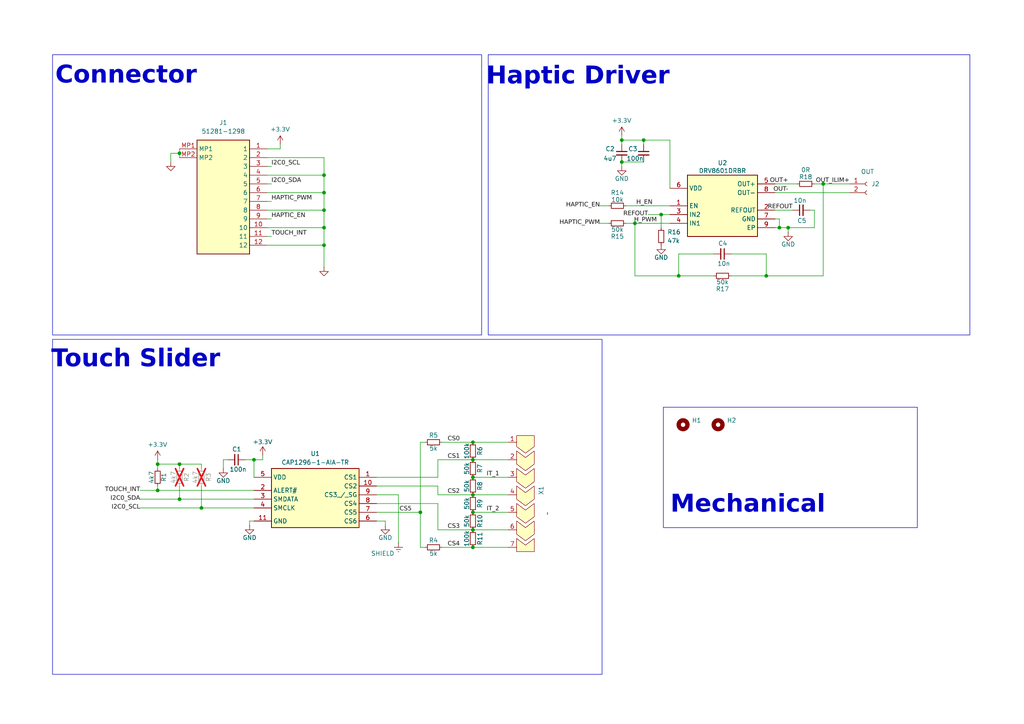
<source format=kicad_sch>
(kicad_sch (version 20231120) (generator "eeschema") (generator_version "8.0")
  (paper "A4")
  (title_block (title "Touch Slider & Haptic System") (date "2024-10-30") (rev "0") (company "Yolk Workshop"))
  (lib_symbols
    (symbol "51281-1298:51281-1298"
      (property "Reference" "J" (at 21.59 7.62 0))
      (property "Value" "51281-1298" (at 21.59 5.08 0))
      (symbol "51281-1298_1_1"
        (rectangle (start 5.08 2.54) (end 20.32 -30.48) (stroke (width 0.254)) (fill (type background)))
        (pin passive line (at 25.4 0 180) (length 5.08) (name "1") (number "1"))
        (pin passive line (at 25.4 -22.86 180) (length 5.08) (name "10") (number "10"))
        (pin passive line (at 25.4 -25.4 180) (length 5.08) (name "11") (number "11"))
        (pin passive line (at 25.4 -27.94 180) (length 5.08) (name "12") (number "12"))
        (pin passive line (at 25.4 -2.54 180) (length 5.08) (name "2") (number "2"))
        (pin passive line (at 25.4 -5.08 180) (length 5.08) (name "3") (number "3"))
        (pin passive line (at 25.4 -7.62 180) (length 5.08) (name "4") (number "4"))
        (pin passive line (at 25.4 -10.16 180) (length 5.08) (name "5") (number "5"))
        (pin passive line (at 25.4 -12.7 180) (length 5.08) (name "6") (number "6"))
        (pin passive line (at 25.4 -15.24 180) (length 5.08) (name "7") (number "7"))
        (pin passive line (at 25.4 -17.78 180) (length 5.08) (name "8") (number "8"))
        (pin passive line (at 25.4 -20.32 180) (length 5.08) (name "9") (number "9"))
        (pin passive line (at 0 0 0) (length 5.08) (name "MP1") (number "MP1"))
        (pin passive line (at 0 -2.54 0) (length 5.08) (name "MP2") (number "MP2"))
      )
    )
    (symbol "CAP1296-1-AIA-TR:CAP1296-1-AIA-TR"
      (property "Reference" "U" (at -12.954 7.112 0))
      (property "Value" "CAP1296-1-AIA-TR" (at -12.954 4.572 0))
      (symbol "CAP1296-1-AIA-TR_1_1"
        (rectangle (start -12.7 2.54) (end 12.7 -14.605) (stroke (width 0.254)) (fill (type background)))
        (pin passive line (at 17.78 0 180) (length 5.08) (name "CS1") (number "1"))
        (pin passive line (at 17.78 -2.54 180) (length 5.08) (name "CS2") (number "10"))
        (pin passive line (at -17.78 -12.7 0) (length 5.08) (name "GND") (number "11"))
        (pin passive line (at -17.78 -3.81 0) (length 5.08) (name "ALERT#") (number "2"))
        (pin passive line (at -17.78 -6.35 0) (length 5.08) (name "SMDATA") (number "3"))
        (pin passive line (at -17.78 -8.89 0) (length 5.08) (name "SMCLK") (number "4"))
        (pin passive line (at -17.78 0 0) (length 5.08) (name "VDD") (number "5"))
        (pin passive line (at 17.78 -12.7 180) (length 5.08) (name "CS6") (number "6"))
        (pin passive line (at 17.78 -10.16 180) (length 5.08) (name "CS5") (number "7"))
        (pin passive line (at 17.78 -7.62 180) (length 5.08) (name "CS4") (number "8"))
        (pin passive line (at 17.78 -5.08 180) (length 5.08) (name "CS3_/_SG") (number "9"))
      )
    )
    (symbol "Capacitive_sensors:Capacitive_Slider_8x70" (in_bom no)
      (property "Reference" "X" (at 1.778 -0.762 0))
      (symbol "Capacitive_Slider_8x70_0_1"
        (polyline (pts (xy -14.605 6.35) (xy -14.605 1.27)) (fill (type background)))
        (polyline (pts (xy -14.605 6.35) (xy -11.43 6.35) (xy -9.525 3.81) (xy -11.43 1.27) (xy -14.605 1.27)) (fill (type background)))
        (polyline (pts (xy -10.16 6.35) (xy -8.255 3.81) (xy -10.16 1.27) (xy -6.35 1.27) (xy -4.445 3.81) (xy -6.35 6.35) (xy -10.16 6.35)) (fill (type background)))
        (polyline (pts (xy -5.08 6.35) (xy -3.175 3.81) (xy -5.08 1.27) (xy -1.27 1.27) (xy 0.635 3.81) (xy -1.27 6.35) (xy -5.08 6.35)) (fill (type background)))
        (polyline (pts (xy 0 6.35) (xy 1.905 3.81) (xy 0 1.27) (xy 3.81 1.27) (xy 5.715 3.81) (xy 3.81 6.35) (xy 0 6.35)) (fill (type background)))
        (polyline (pts (xy 5.08 6.35) (xy 6.985 3.81) (xy 5.08 1.27) (xy 8.89 1.27) (xy 10.795 3.81) (xy 8.89 6.35) (xy 5.08 6.35)) (fill (type background)))
        (polyline (pts (xy 10.16 6.35) (xy 12.065 3.81) (xy 10.16 1.27) (xy 13.97 1.27) (xy 15.875 3.81) (xy 13.97 6.35) (xy 10.16 6.35)) (fill (type background)))
        (polyline (pts (xy 15.24 6.35) (xy 17.145 3.81) (xy 15.24 1.27) (xy 19.05 1.27) (xy 19.05 3.81) (xy 19.05 6.35) (xy 15.24 6.35)) (fill (type background)))
      )
      (symbol "Capacitive_Slider_8x70_1_1"
        (pin passive line (at -12.7 8.89 270) (length 2.54) (name "") (number "1"))
        (pin passive line (at -7.62 8.89 270) (length 2.54) (name "") (number "2"))
        (pin passive line (at -2.54 8.89 270) (length 2.54) (name "") (number "3"))
        (pin passive line (at 2.54 8.89 270) (length 2.54) (name "") (number "4"))
        (pin passive line (at 7.62 8.89 270) (length 2.54) (name "") (number "5"))
        (pin passive line (at 12.7 8.89 270) (length 2.54) (name "") (number "6"))
        (pin passive line (at 17.78 8.89 270) (length 2.54) (name "") (number "7"))
      )
    )
    (symbol "Connector:Conn_01x02_Socket" (pin_names (offset 1.016) hide)
      (property "Reference" "J" (at 0 2.54 0))
      (property "Value" "Conn_01x02_Socket" (at 0 -5.08 0))
      (symbol "Conn_01x02_Socket_1_1"
        (arc (start 0 -2.032) (mid -0.5058 -2.54) (end 0 -3.048) (stroke (width 0.1524)))
        (polyline (pts (xy -1.27 -2.54) (xy -0.508 -2.54)) (stroke (width 0.1524)))
        (polyline (pts (xy -1.27 0) (xy -0.508 0)) (stroke (width 0.1524)))
        (arc (start 0 0.508) (mid -0.5058 0) (end 0 -0.508) (stroke (width 0.1524)))
        (pin passive line (at -5.08 0 0) (length 3.81) (name "Pin_1") (number "1"))
        (pin passive line (at -5.08 -2.54 0) (length 3.81) (name "Pin_2") (number "2"))
      )
    )
    (symbol "DRV8601DRBR:DRV8601DRBR"
      (property "Reference" "U" (at 8.89 6.858 0))
      (property "Value" "DRV8601DRBR" (at 8.89 4.318 0))
      (symbol "DRV8601DRBR_1_1"
        (rectangle (start 5.08 2.54) (end 25.4 -15.24) (stroke (width 0.254)) (fill (type background)))
        (pin passive line (at 0 -6.35 0) (length 5.08) (name "EN") (number "1"))
        (pin passive line (at 30.48 -7.62 180) (length 5.08) (name "REFOUT") (number "2"))
        (pin passive line (at 0 -8.89 0) (length 5.08) (name "IN2") (number "3"))
        (pin passive line (at 0 -11.43 0) (length 5.08) (name "IN1") (number "4"))
        (pin passive line (at 30.48 0 180) (length 5.08) (name "OUT+") (number "5"))
        (pin passive line (at 0 -1.27 0) (length 5.08) (name "VDD") (number "6"))
        (pin passive line (at 30.48 -10.16 180) (length 5.08) (name "GND") (number "7"))
        (pin passive line (at 30.48 -2.54 180) (length 5.08) (name "OUT-") (number "8"))
        (pin passive line (at 30.48 -12.7 180) (length 5.08) (name "EP") (number "9"))
      )
    )
    (symbol "Device:C_Small" (pin_numbers hide) (pin_names (offset 0.254) hide)
      (property "Reference" "C" (at 0.254 1.778 0))
      (property "Value" "C_Small" (at 0.254 -2.032 0))
      (symbol "C_Small_0_1"
        (polyline (pts (xy -1.524 -0.508) (xy 1.524 -0.508)) (stroke (width 0.3302)))
        (polyline (pts (xy -1.524 0.508) (xy 1.524 0.508)) (stroke (width 0.3048)))
      )
      (symbol "C_Small_1_1"
        (pin passive line (at 0 2.54 270) (length 2.032) (name "~") (number "1"))
        (pin passive line (at 0 -2.54 90) (length 2.032) (name "~") (number "2"))
      )
    )
    (symbol "Device:R_Small" (pin_numbers hide) (pin_names (offset 0.254) hide)
      (property "Reference" "R" (at 0.762 0.508 0))
      (property "Value" "R_Small" (at 0.762 -1.016 0))
      (symbol "R_Small_0_1"
        (rectangle (start -0.762 1.778) (end 0.762 -1.778) (stroke (width 0.2032)))
      )
      (symbol "R_Small_1_1"
        (pin passive line (at 0 2.54 270) (length 0.762) (name "~") (number "1"))
        (pin passive line (at 0 -2.54 90) (length 0.762) (name "~") (number "2"))
      )
    )
    (symbol "Mechanical:MountingHole" (pin_names (offset 1.016)) (exclude_from_sim yes) (in_bom no)
      (property "Reference" "H" (at 0 5.08 0))
      (property "Value" "MountingHole" (at 0 3.175 0))
      (symbol "MountingHole_0_1"
        (circle (center 0 0) (radius 1.27) (stroke (width 1.27)))
      )
    )
    (symbol "power:+3.3V" (power) (pin_numbers hide) (pin_names (offset 0) hide)
      (property "Value" "+3.3V" (at 0 3.556 0))
      (symbol "+3.3V_0_1"
        (polyline (pts (xy -0.762 1.27) (xy 0 2.54)))
        (polyline (pts (xy 0 0) (xy 0 2.54)))
        (polyline (pts (xy 0 2.54) (xy 0.762 1.27)))
      )
      (symbol "+3.3V_1_1"
        (pin power_in line (at 0 0 90) (length 0) (name "~") (number "1"))
      )
    )
    (symbol "power:Earth" (power) (pin_numbers hide) (pin_names (offset 0) hide)
      (property "Value" "Earth" (at 0 -3.81 0))
      (symbol "Earth_0_1"
        (polyline (pts (xy -0.635 -1.905) (xy 0.635 -1.905)))
        (polyline (pts (xy -0.127 -2.54) (xy 0.127 -2.54)))
        (polyline (pts (xy 0 -1.27) (xy 0 0)))
        (polyline (pts (xy 1.27 -1.27) (xy -1.27 -1.27)))
      )
      (symbol "Earth_1_1"
        (pin power_in line (at 0 0 270) (length 0) (name "~") (number "1"))
      )
    )
    (symbol "power:GND" (power) (pin_numbers hide) (pin_names (offset 0) hide)
      (property "Value" "GND" (at 0 -3.81 0))
      (symbol "GND_0_1"
        (polyline (pts (xy 0 0) (xy 0 -1.27) (xy 1.27 -1.27) (xy 0 -2.54) (xy -1.27 -1.27) (xy 0 -1.27)))
      )
      (symbol "GND_1_1"
        (pin power_in line (at 0 0 270) (length 0) (name "~") (number "1"))
      )
    )
  )
  (junction (at 184.15 64.77))
  (junction (at 222.25 80.01))
  (junction (at 137.16 143.51))
  (junction (at 180.34 40.64))
  (junction (at 137.16 133.35))
  (junction (at 93.98 60.96))
  (junction (at 93.98 50.8))
  (junction (at 137.16 153.67))
  (junction (at 228.6 66.04))
  (junction (at 191.77 62.23))
  (junction (at 52.07 44.45))
  (junction (at 186.69 40.64))
  (junction (at 93.98 71.12))
  (junction (at 180.34 46.99))
  (junction (at 58.42 147.32))
  (junction (at 137.16 148.59))
  (junction (at 45.72 134.62))
  (junction (at 137.16 138.43))
  (junction (at 73.66 133.35))
  (junction (at 45.72 142.24))
  (junction (at 196.85 80.01))
  (junction (at 226.06 66.04))
  (junction (at 121.92 148.59))
  (junction (at 52.07 144.78))
  (junction (at 238.76 53.34))
  (junction (at 93.98 55.88))
  (junction (at 137.16 158.75))
  (junction (at 52.07 134.62))
  (junction (at 137.16 128.27))
  (junction (at 93.98 66.04))
  (wire (pts (xy 224.79 53.34) (xy 231.14 53.34)))
  (wire (pts (xy 77.47 71.12) (xy 93.98 71.12)))
  (wire (pts (xy 181.61 59.69) (xy 194.31 59.69)))
  (wire (pts (xy 207.01 73.66) (xy 196.85 73.66)))
  (wire (pts (xy 173.99 64.77) (xy 176.53 64.77)))
  (wire (pts (xy 45.72 134.62) (xy 45.72 135.89)))
  (wire (pts (xy 186.69 40.64) (xy 194.31 40.64)))
  (wire (pts (xy 111.76 152.4) (xy 111.76 151.13)))
  (wire (pts (xy 180.34 46.99) (xy 186.69 46.99)))
  (wire (pts (xy 180.34 41.91) (xy 180.34 40.64)))
  (wire (pts (xy 93.98 60.96) (xy 93.98 66.04)))
  (wire (pts (xy 76.2 133.35) (xy 73.66 133.35)))
  (wire (pts (xy 93.98 45.72) (xy 93.98 50.8)))
  (wire (pts (xy 115.57 143.51) (xy 109.22 143.51)))
  (wire (pts (xy 64.77 133.35) (xy 64.77 135.89)))
  (wire (pts (xy 93.98 66.04) (xy 93.98 71.12)))
  (wire (pts (xy 212.09 80.01) (xy 222.25 80.01)))
  (wire (pts (xy 184.15 64.77) (xy 194.31 64.77)))
  (wire (pts (xy 49.53 44.45) (xy 52.07 44.45)))
  (wire (pts (xy 58.42 147.32) (xy 73.66 147.32)))
  (wire (pts (xy 121.92 148.59) (xy 109.22 148.59)))
  (wire (pts (xy 73.66 133.35) (xy 73.66 138.43)))
  (wire (pts (xy 196.85 73.66) (xy 196.85 80.01)))
  (wire (pts (xy 137.16 143.51) (xy 147.32 143.51)))
  (wire (pts (xy 77.47 48.26) (xy 78.74 48.26)))
  (wire (pts (xy 58.42 135.89) (xy 58.42 134.62)))
  (wire (pts (xy 111.76 151.13) (xy 109.22 151.13)))
  (wire (pts (xy 81.28 43.18) (xy 77.47 43.18)))
  (wire (pts (xy 52.07 140.97) (xy 52.07 144.78)))
  (wire (pts (xy 137.16 128.27) (xy 147.32 128.27)))
  (wire (pts (xy 224.79 60.96) (xy 229.87 60.96)))
  (wire (pts (xy 109.22 138.43) (xy 127 138.43)))
  (wire (pts (xy 71.12 133.35) (xy 73.66 133.35)))
  (wire (pts (xy 186.69 40.64) (xy 180.34 40.64)))
  (wire (pts (xy 77.47 60.96) (xy 93.98 60.96)))
  (wire (pts (xy 52.07 134.62) (xy 52.07 135.89)))
  (wire (pts (xy 228.6 66.04) (xy 228.6 67.31)))
  (wire (pts (xy 187.96 62.23) (xy 191.77 62.23)))
  (wire (pts (xy 76.2 132.08) (xy 76.2 133.35)))
  (wire (pts (xy 40.64 144.78) (xy 52.07 144.78)))
  (wire (pts (xy 127 133.35) (xy 137.16 133.35)))
  (wire (pts (xy 121.92 158.75) (xy 123.19 158.75)))
  (wire (pts (xy 222.25 80.01) (xy 238.76 80.01)))
  (wire (pts (xy 77.47 68.58) (xy 78.74 68.58)))
  (wire (pts (xy 228.6 66.04) (xy 236.22 66.04)))
  (wire (pts (xy 226.06 63.5) (xy 226.06 66.04)))
  (wire (pts (xy 77.47 66.04) (xy 93.98 66.04)))
  (wire (pts (xy 78.74 58.42) (xy 77.47 58.42)))
  (wire (pts (xy 191.77 62.23) (xy 191.77 66.04)))
  (wire (pts (xy 226.06 66.04) (xy 228.6 66.04)))
  (wire (pts (xy 128.27 128.27) (xy 137.16 128.27)))
  (wire (pts (xy 45.72 140.97) (xy 45.72 142.24)))
  (wire (pts (xy 196.85 80.01) (xy 207.01 80.01)))
  (wire (pts (xy 234.95 60.96) (xy 236.22 60.96)))
  (wire (pts (xy 236.22 53.34) (xy 238.76 53.34)))
  (wire (pts (xy 127 153.67) (xy 137.16 153.67)))
  (wire (pts (xy 196.85 80.01) (xy 184.15 80.01)))
  (wire (pts (xy 81.28 41.91) (xy 81.28 43.18)))
  (wire (pts (xy 58.42 140.97) (xy 58.42 147.32)))
  (wire (pts (xy 224.79 63.5) (xy 226.06 63.5)))
  (wire (pts (xy 128.27 158.75) (xy 137.16 158.75)))
  (wire (pts (xy 45.72 133.35) (xy 45.72 134.62)))
  (wire (pts (xy 93.98 71.12) (xy 93.98 77.47)))
  (wire (pts (xy 93.98 45.72) (xy 77.47 45.72)))
  (wire (pts (xy 137.16 138.43) (xy 147.32 138.43)))
  (wire (pts (xy 40.64 147.32) (xy 58.42 147.32)))
  (wire (pts (xy 72.39 152.4) (xy 72.39 151.13)))
  (wire (pts (xy 52.07 43.18) (xy 52.07 44.45)))
  (wire (pts (xy 180.34 39.37) (xy 180.34 40.64)))
  (wire (pts (xy 45.72 142.24) (xy 73.66 142.24)))
  (wire (pts (xy 238.76 53.34) (xy 246.38 53.34)))
  (wire (pts (xy 180.34 46.99) (xy 180.34 48.26)))
  (wire (pts (xy 127 146.05) (xy 127 153.67)))
  (wire (pts (xy 93.98 55.88) (xy 93.98 60.96)))
  (wire (pts (xy 66.04 133.35) (xy 64.77 133.35)))
  (wire (pts (xy 78.74 63.5) (xy 77.47 63.5)))
  (wire (pts (xy 115.57 157.48) (xy 115.57 143.51)))
  (wire (pts (xy 127 143.51) (xy 137.16 143.51)))
  (wire (pts (xy 77.47 53.34) (xy 78.74 53.34)))
  (wire (pts (xy 58.42 134.62) (xy 52.07 134.62)))
  (wire (pts (xy 186.69 41.91) (xy 186.69 40.64)))
  (wire (pts (xy 72.39 151.13) (xy 73.66 151.13)))
  (wire (pts (xy 137.16 133.35) (xy 147.32 133.35)))
  (wire (pts (xy 123.19 128.27) (xy 121.92 128.27)))
  (wire (pts (xy 222.25 73.66) (xy 222.25 80.01)))
  (wire (pts (xy 109.22 146.05) (xy 127 146.05)))
  (wire (pts (xy 226.06 66.04) (xy 224.79 66.04)))
  (wire (pts (xy 127 140.97) (xy 127 143.51)))
  (wire (pts (xy 93.98 50.8) (xy 93.98 55.88)))
  (wire (pts (xy 137.16 158.75) (xy 147.32 158.75)))
  (wire (pts (xy 181.61 64.77) (xy 184.15 64.77)))
  (wire (pts (xy 121.92 128.27) (xy 121.92 148.59)))
  (wire (pts (xy 173.99 59.69) (xy 176.53 59.69)))
  (wire (pts (xy 224.79 55.88) (xy 246.38 55.88)))
  (wire (pts (xy 184.15 80.01) (xy 184.15 64.77)))
  (wire (pts (xy 127 138.43) (xy 127 133.35)))
  (wire (pts (xy 52.07 144.78) (xy 73.66 144.78)))
  (wire (pts (xy 52.07 134.62) (xy 45.72 134.62)))
  (wire (pts (xy 49.53 46.99) (xy 49.53 44.45)))
  (wire (pts (xy 238.76 80.01) (xy 238.76 53.34)))
  (wire (pts (xy 52.07 44.45) (xy 52.07 45.72)))
  (wire (pts (xy 109.22 140.97) (xy 127 140.97)))
  (wire (pts (xy 212.09 73.66) (xy 222.25 73.66)))
  (wire (pts (xy 40.64 142.24) (xy 45.72 142.24)))
  (wire (pts (xy 77.47 55.88) (xy 93.98 55.88)))
  (wire (pts (xy 194.31 40.64) (xy 194.31 54.61)))
  (wire (pts (xy 137.16 148.59) (xy 147.32 148.59)))
  (wire (pts (xy 137.16 153.67) (xy 147.32 153.67)))
  (wire (pts (xy 121.92 158.75) (xy 121.92 148.59)))
  (wire (pts (xy 236.22 60.96) (xy 236.22 66.04)))
  (wire (pts (xy 191.77 62.23) (xy 194.31 62.23)))
  (wire (pts (xy 77.47 50.8) (xy 93.98 50.8)))
  (rectangle (start 192.405 118.11) (end 266.065 153.035))
  (rectangle (start 141.605 15.875) (end 281.305 97.155))
  (rectangle (start 15.24 15.875) (end 139.7 97.155))
  (rectangle (start 15.24 98.425) (end 174.625 195.58))
  (text "Connector\n" (at 36.576 23.368 0) (effects (font (size 5.08 5.08) (thickness 1.016) (bold yes))))
  (text "Mechanical" (at 216.916 147.828 0) (effects (font (size 5.08 5.08) (thickness 1.016) (bold yes))))
  (text "Haptic Driver" (at 167.64 23.622 0) (effects (font (size 5.08 5.08) (thickness 1.016) (bold yes))))
  (text "Touch Slider" (at 39.37 105.664 0) (effects (font (size 5.08 5.08) (thickness 1.016) (bold yes))))
  (label "REFOUT" (at 229.87 60.96 180))
  (label "HAPTIC_PWM" (at 173.99 64.77 180))
  (label "TOUCH_INT" (at 40.64 142.24 180))
  (label "TOUCH_INT" (at 78.74 68.58 0))
  (label "IT_1" (at 144.78 138.43 180))
  (label "CS3" (at 133.35 153.67 180))
  (label "CS5" (at 119.38 148.59 180))
  (label "CS1" (at 133.35 133.35 180))
  (label "IT_2" (at 144.78 148.59 180))
  (label "REFOUT" (at 187.96 62.23 180))
  (label "OUT+" (at 228.6 53.34 180))
  (label "OUT_ILIM+" (at 246.38 53.34 180))
  (label "H_PWM" (at 190.5 64.77 180))
  (label "I2C0_SDA" (at 78.74 53.34 0))
  (label "CS0" (at 133.35 128.27 180))
  (label "I2C0_SDA" (at 40.64 144.78 180))
  (label "CS4" (at 133.35 158.75 180))
  (label "H_EN" (at 189.23 59.69 180))
  (label "OUT-" (at 228.6 55.88 180))
  (label "HAPTIC_PWM" (at 78.74 58.42 0))
  (label "CS2" (at 133.35 143.51 180))
  (label "HAPTIC_EN" (at 173.99 59.69 180))
  (label "I2C0_SCL" (at 78.74 48.26 0))
  (label "I2C0_SCL" (at 40.64 147.32 180))
  (label "HAPTIC_EN" (at 78.74 63.5 0))
  (symbol (lib_id "Device:R_Small") (at 137.16 151.13 0) (mirror x) (unit 1)
    (property "Reference" "R10" (at 139.192 151.13 90))
    (property "Value" "50k" (at 135.382 151.13 90))
    (property "Footprint" "Resistor_SMD:R_0402_1005Metric" (effects (hide yes)))
    (property "Description" "Resistor, small symbol" (effects (hide yes)))
  )
  (symbol (lib_id "DRV8601DRBR:DRV8601DRBR") (at 194.31 53.34 0) (unit 1)
    (property "Reference" "U2" (at 209.55 47.244 0))
    (property "Value" "DRV8601DRBR" (at 209.55 49.53 0))
    (property "Footprint" "picostroke:SON65P300X300X100-9N-D" (effects (hide yes)))
    (property "Datasheet" "http://www.ti.com/lit/gpn/drv8601" (effects (hide yes)))
    (property "Description" "400 mA Fully Differential Motor Driver with 1.8-V Input Logic Thresholds" (effects (hide yes)))
    (property "Height" "1" (effects (hide yes)))
    (property "Manufacturer_Name" "Texas Instruments" (effects (hide yes)))
    (property "Manufacturer_Part_Number" "DRV8601DRBR" (effects (hide yes)))
    (property "Mouser Part Number" "595-DRV8601DRBR" (effects (hide yes)))
    (property "Mouser Price/Stock" "https://www.mouser.co.uk/ProductDetail/Texas-Instruments/DRV8601DRBR?qs=L4ss%2FyqpMWS3N2%252BDQZUuyA%3D%3D" (effects (hide yes)))
    (property "Arrow Part Number" "DRV8601DRBR" (effects (hide yes)))
    (property "Arrow Price/Stock" "https://www.arrow.com/en/products/drv8601drbr/texas-instruments?region=nac" (effects (hide yes)))
  )
  (symbol (lib_id "Device:R_Small") (at 137.16 130.81 0) (mirror x) (unit 1)
    (property "Reference" "R6" (at 139.192 130.81 90))
    (property "Value" "100k" (at 135.382 130.81 90))
    (property "Footprint" "Resistor_SMD:R_0402_1005Metric" (effects (hide yes)))
    (property "Description" "Resistor, small symbol" (effects (hide yes)))
  )
  (symbol (lib_id "Device:R_Small") (at 125.73 128.27 270) (mirror x) (unit 1)
    (property "Reference" "R5" (at 125.73 126.238 90))
    (property "Value" "5k" (at 125.73 130.048 90))
    (property "Footprint" "Resistor_SMD:R_0402_1005Metric" (effects (hide yes)))
    (property "Description" "Resistor, small symbol" (effects (hide yes)))
  )
  (symbol (lib_id "Device:R_Small") (at 58.42 138.43 0) (mirror x) (unit 1) (dnp yes)
    (property "Reference" "R3" (at 60.452 138.43 90))
    (property "Value" "4k7" (at 56.642 138.43 90))
    (property "Footprint" "Resistor_SMD:R_0402_1005Metric" (effects (hide yes)))
    (property "Description" "Resistor, small symbol" (effects (hide yes)))
  )
  (symbol (lib_id "Device:R_Small") (at 45.72 138.43 0) (mirror x) (unit 1)
    (property "Reference" "R1" (at 47.498 138.43 90))
    (property "Value" "4k7" (at 43.942 138.43 90))
    (property "Footprint" "Resistor_SMD:R_0402_1005Metric" (effects (hide yes)))
    (property "Description" "Resistor, small symbol" (effects (hide yes)))
  )
  (symbol (lib_id "power:GND") (at 64.77 135.89 0) (unit 1)
    (property "Reference" "#PWR03" (effects (hide yes)))
    (property "Value" "GND" (at 64.77 139.446 0))
    (property "Description" "Power symbol creates a global label with name \"GND\" , ground" (effects (hide yes)))
  )
  (symbol (lib_id "power:GND") (at 49.53 46.99 0) (unit 1)
    (property "Reference" "#PWR02" (effects (hide yes)))
    (property "Value" "GND" (effects (hide yes)))
    (property "Description" "Power symbol creates a global label with name \"GND\" , ground" (effects (hide yes)))
  )
  (symbol (lib_id "Device:C_Small") (at 68.58 133.35 270) (mirror x) (unit 1)
    (property "Reference" "C1" (at 67.31 130.302 90) (effects (justify left)))
    (property "Value" "100n" (at 66.548 136.144 90) (effects (justify left)))
    (property "Footprint" "Capacitor_SMD:C_0402_1005Metric" (effects (hide yes)))
    (property "Description" "Unpolarized capacitor, small symbol" (effects (hide yes)))
  )
  (symbol (lib_id "Device:R_Small") (at 137.16 146.05 0) (mirror x) (unit 1)
    (property "Reference" "R9" (at 139.192 146.05 90))
    (property "Value" "50k" (at 135.382 146.05 90))
    (property "Footprint" "Resistor_SMD:R_0402_1005Metric" (effects (hide yes)))
    (property "Description" "Resistor, small symbol" (effects (hide yes)))
  )
  (symbol (lib_id "power:GND") (at 191.77 71.12 0) (unit 1)
    (property "Reference" "#PWR011" (effects (hide yes)))
    (property "Value" "GND" (at 191.77 74.676 0))
    (property "Description" "Power symbol creates a global label with name \"GND\" , ground" (effects (hide yes)))
  )
  (symbol (lib_id "power:Earth") (at 115.57 157.48 0) (unit 1)
    (property "Reference" "#PWR08" (effects (hide yes)))
    (property "Value" "SHIELD" (at 110.998 160.528 0))
    (property "Description" "Power symbol creates a global label with name \"Earth\"" (effects (hide yes)))
  )
  (symbol (lib_id "Mechanical:MountingHole") (at 198.12 123.19 0) (unit 1) (exclude_from_sim yes) (in_bom no)
    (property "Reference" "H1" (at 200.66 121.9199 0) (effects (justify left)))
    (property "Value" "MountingHole" (effects (hide yes)))
    (property "Footprint" "MountingHole:MountingHole_2.1mm" (effects (hide yes)))
    (property "Description" "Mounting Hole without connection" (effects (hide yes)))
  )
  (symbol (lib_id "Device:R_Small") (at 209.55 80.01 90) (unit 1)
    (property "Reference" "R17" (at 209.55 83.82 90))
    (property "Value" "50k" (at 209.55 81.788 90))
    (property "Footprint" "Resistor_SMD:R_0402_1005Metric" (effects (hide yes)))
    (property "Description" "Resistor, small symbol" (effects (hide yes)))
  )
  (symbol (lib_id "Device:R_Small") (at 52.07 138.43 0) (mirror x) (unit 1) (dnp yes)
    (property "Reference" "R2" (at 54.102 138.43 90))
    (property "Value" "4k7" (at 50.292 138.43 90))
    (property "Footprint" "Resistor_SMD:R_0402_1005Metric" (effects (hide yes)))
    (property "Description" "Resistor, small symbol" (effects (hide yes)))
  )
  (symbol (lib_id "Device:R_Small") (at 137.16 135.89 0) (mirror x) (unit 1)
    (property "Reference" "R7" (at 139.192 135.89 90))
    (property "Value" "50k" (at 135.382 135.89 90))
    (property "Footprint" "Resistor_SMD:R_0402_1005Metric" (effects (hide yes)))
    (property "Description" "Resistor, small symbol" (effects (hide yes)))
  )
  (symbol (lib_id "power:GND") (at 93.98 77.47 0) (unit 1)
    (property "Reference" "#PWR07" (effects (hide yes)))
    (property "Value" "GND" (effects (hide yes)))
    (property "Description" "Power symbol creates a global label with name \"GND\" , ground" (effects (hide yes)))
  )
  (symbol (lib_id "power:GND") (at 180.34 48.26 0) (unit 1)
    (property "Reference" "#PWR010" (effects (hide yes)))
    (property "Value" "GND" (at 180.34 51.816 0))
    (property "Description" "Power symbol creates a global label with name \"GND\" , ground" (effects (hide yes)))
  )
  (symbol (lib_id "power:+3.3V") (at 81.28 41.91 0) (unit 1)
    (property "Reference" "#PWR06" (effects (hide yes)))
    (property "Value" "+3.3V" (at 81.28 37.592 0))
    (property "Description" "Power symbol creates a global label with name \"+3.3V\"" (effects (hide yes)))
  )
  (symbol (lib_id "Device:C_Small") (at 232.41 60.96 90) (unit 1)
    (property "Reference" "C5" (at 233.934 64.008 90) (effects (justify left)))
    (property "Value" "10n" (at 233.934 58.166 90) (effects (justify left)))
    (property "Footprint" "Capacitor_SMD:C_0402_1005Metric" (effects (hide yes)))
    (property "Description" "Unpolarized capacitor, small symbol" (effects (hide yes)))
  )
  (symbol (lib_id "power:GND") (at 111.76 152.4 0) (unit 1)
    (property "Reference" "#PWR013" (effects (hide yes)))
    (property "Value" "GND" (at 111.76 155.956 0))
    (property "Description" "Power symbol creates a global label with name \"GND\" , ground" (effects (hide yes)))
  )
  (symbol (lib_id "Capacitive_sensors:Capacitive_Slider_8x70") (at 156.21 140.97 90) (mirror x) (unit 1) (in_bom no)
    (property "Reference" "X1" (at 156.972 142.24 0))
    (property "Value" "~" (at 158.75 148.9075 0))
    (property "Footprint" "picostroke:Capacitive_slider_8x70" (effects (hide yes)))
  )
  (symbol (lib_id "Device:R_Small") (at 191.77 68.58 0) (unit 1)
    (property "Reference" "R16" (at 193.548 67.31 0) (effects (justify left)))
    (property "Value" "47k" (at 193.548 69.85 0) (effects (justify left)))
    (property "Footprint" "Resistor_SMD:R_0402_1005Metric" (effects (hide yes)))
    (property "Description" "Resistor, small symbol" (effects (hide yes)))
  )
  (symbol (lib_id "Device:C_Small") (at 186.69 44.45 0) (mirror y) (unit 1)
    (property "Reference" "C3" (at 184.912 43.18 0) (effects (justify left)))
    (property "Value" "100n" (at 186.69 45.974 0) (effects (justify left)))
    (property "Footprint" "Capacitor_SMD:C_0402_1005Metric" (effects (hide yes)))
    (property "Description" "Unpolarized capacitor, small symbol" (effects (hide yes)))
  )
  (symbol (lib_id "Device:R_Small") (at 179.07 64.77 90) (unit 1)
    (property "Reference" "R15" (at 179.07 68.58 90))
    (property "Value" "50k" (at 179.07 66.548 90))
    (property "Footprint" "Resistor_SMD:R_0402_1005Metric" (effects (hide yes)))
    (property "Description" "Resistor, small symbol" (effects (hide yes)))
  )
  (symbol (lib_id "Device:R_Small") (at 179.07 59.69 90) (mirror x) (unit 1)
    (property "Reference" "R14" (at 179.07 55.88 90))
    (property "Value" "10k" (at 179.07 57.912 90))
    (property "Footprint" "Resistor_SMD:R_0402_1005Metric" (effects (hide yes)))
    (property "Description" "Resistor, small symbol" (effects (hide yes)))
  )
  (symbol (lib_id "CAP1296-1-AIA-TR:CAP1296-1-AIA-TR") (at 91.44 138.43 0) (unit 1)
    (property "Reference" "U1" (at 91.44 131.572 0))
    (property "Value" "CAP1296-1-AIA-TR" (at 91.44 134.112 0))
    (property "Footprint" "picostroke:SON50P300X300X90-11N-D" (effects (hide yes)))
    (property "Datasheet" "https://www.mouser.in/datasheet/2/268/00001569B-1512873.pdf" (effects (hide yes)))
    (property "Description" "MICROCHIP - CAP1296-1-AIA-TR - Touch Screen/Proximity Controller, 6-CH Capacitive, I2C, SMBus Interface, 3V or 5.5V Supply, DFN-10" (effects (hide yes)))
    (property "Height" "0.9" (effects (hide yes)))
    (property "Manufacturer_Name" "Microchip" (effects (hide yes)))
    (property "Manufacturer_Part_Number" "CAP1296-1-AIA-TR" (effects (hide yes)))
    (property "Mouser Part Number" "579-CAP1296-1-AIA-TR" (effects (hide yes)))
    (property "Mouser Price/Stock" "https://www.mouser.co.uk/ProductDetail/Microchip-Technology/CAP1296-1-AIA-TR?qs=7SaOZgBIvytEhUllk6HC2g%3D%3D" (effects (hide yes)))
    (property "Arrow Part Number" "CAP1296-1-AIA-TR" (effects (hide yes)))
    (property "Arrow Price/Stock" "https://www.arrow.com/en/products/cap1296-1-aia-tr/microchip-technology" (effects (hide yes)))
  )
  (symbol (lib_id "Device:R_Small") (at 125.73 158.75 270) (mirror x) (unit 1)
    (property "Reference" "R4" (at 125.73 156.718 90))
    (property "Value" "5k" (at 125.73 160.528 90))
    (property "Footprint" "Resistor_SMD:R_0402_1005Metric" (effects (hide yes)))
    (property "Description" "Resistor, small symbol" (effects (hide yes)))
  )
  (symbol (lib_id "51281-1298:51281-1298") (at 52.07 43.18 0) (unit 1)
    (property "Reference" "J1" (at 64.77 35.56 0))
    (property "Value" "51281-1298" (at 64.77 38.1 0))
    (property "Footprint" "picostroke:512811298" (effects (hide yes)))
    (property "Datasheet" "https://www.molex.com/en-us/products/part-detail/512811298?display=pdf" (effects (hide yes)))
    (property "Description" "0.50mm Pitch Easy-On FFC/FPC Connector, Surface Mount, Right-Angle, Non-ZIF, Dual Contact Style, 1.20mm Mated Height, 12 Circuits, Gold (Au) Plating" (effects (hide yes)))
    (property "Height" "1.4" (effects (hide yes)))
    (property "Manufacturer_Name" "Molex" (effects (hide yes)))
    (property "Manufacturer_Part_Number" "51281-1298" (effects (hide yes)))
    (property "Mouser Part Number" "538-51281-1298" (effects (hide yes)))
    (property "Mouser Price/Stock" "https://www.mouser.co.uk/ProductDetail/Molex/51281-1298?qs=vvQtp7zwQdP%2Ft%2FhArs33oA%3D%3D" (effects (hide yes)))
  )
  (symbol (lib_id "power:+3.3V") (at 76.2 132.08 0) (unit 1)
    (property "Reference" "#PWR05" (effects (hide yes)))
    (property "Value" "+3.3V" (at 76.2 128.27 0))
    (property "Description" "Power symbol creates a global label with name \"+3.3V\"" (effects (hide yes)))
  )
  (symbol (lib_id "Connector:Conn_01x02_Socket") (at 251.46 53.34 0) (unit 1)
    (property "Reference" "J2" (at 252.73 53.3399 0) (effects (justify left)))
    (property "Value" "OUT" (at 249.682 49.784 0) (effects (justify left)))
    (property "Footprint" "Connector_PinHeader_2.00mm:PinHeader_1x02_P2.00mm_Vertical" (effects (hide yes)))
    (property "Description" "Generic connector, single row, 01x02, script generated" (effects (hide yes)))
  )
  (symbol (lib_id "power:+3.3V") (at 180.34 39.37 0) (unit 1)
    (property "Reference" "#PWR09" (effects (hide yes)))
    (property "Value" "+3.3V" (at 180.34 35.052 0))
    (property "Description" "Power symbol creates a global label with name \"+3.3V\"" (effects (hide yes)))
  )
  (symbol (lib_id "Mechanical:MountingHole") (at 208.28 123.19 0) (unit 1) (exclude_from_sim yes) (in_bom no)
    (property "Reference" "H2" (at 210.82 121.9199 0) (effects (justify left)))
    (property "Value" "MountingHole" (effects (hide yes)))
    (property "Footprint" "MountingHole:MountingHole_2.1mm" (effects (hide yes)))
    (property "Description" "Mounting Hole without connection" (effects (hide yes)))
  )
  (symbol (lib_id "Device:C_Small") (at 180.34 44.45 0) (mirror y) (unit 1)
    (property "Reference" "C2" (at 178.308 43.18 0) (effects (justify left)))
    (property "Value" "4u7" (at 178.816 45.974 0) (effects (justify left)))
    (property "Footprint" "Capacitor_SMD:C_0402_1005Metric" (effects (hide yes)))
    (property "Description" "Unpolarized capacitor, small symbol" (effects (hide yes)))
  )
  (symbol (lib_id "power:+3.3V") (at 45.72 133.35 0) (unit 1)
    (property "Reference" "#PWR01" (effects (hide yes)))
    (property "Value" "+3.3V" (at 45.72 129.032 0))
    (property "Description" "Power symbol creates a global label with name \"+3.3V\"" (effects (hide yes)))
  )
  (symbol (lib_id "power:GND") (at 228.6 67.31 0) (unit 1)
    (property "Reference" "#PWR012" (effects (hide yes)))
    (property "Value" "GND" (at 228.6 70.866 0))
    (property "Description" "Power symbol creates a global label with name \"GND\" , ground" (effects (hide yes)))
  )
  (symbol (lib_id "Device:R_Small") (at 233.68 53.34 270) (mirror x) (unit 1)
    (property "Reference" "R18" (at 233.68 51.308 90))
    (property "Value" "0R" (at 233.68 49.276 90))
    (property "Footprint" "Resistor_SMD:R_0402_1005Metric" (effects (hide yes)))
    (property "Description" "Resistor, small symbol" (effects (hide yes)))
  )
  (symbol (lib_id "Device:C_Small") (at 209.55 73.66 270) (mirror x) (unit 1)
    (property "Reference" "C4" (at 208.28 70.612 90) (effects (justify left)))
    (property "Value" "10n" (at 208.026 76.454 90) (effects (justify left)))
    (property "Footprint" "Capacitor_SMD:C_0402_1005Metric" (effects (hide yes)))
    (property "Description" "Unpolarized capacitor, small symbol" (effects (hide yes)))
  )
  (symbol (lib_id "Device:R_Small") (at 137.16 156.21 0) (mirror x) (unit 1)
    (property "Reference" "R11" (at 139.192 156.21 90))
    (property "Value" "100k" (at 135.382 156.21 90))
    (property "Footprint" "Resistor_SMD:R_0402_1005Metric" (effects (hide yes)))
    (property "Description" "Resistor, small symbol" (effects (hide yes)))
  )
  (symbol (lib_id "power:GND") (at 72.39 152.4 0) (unit 1)
    (property "Reference" "#PWR04" (effects (hide yes)))
    (property "Value" "GND" (at 72.39 155.956 0))
    (property "Description" "Power symbol creates a global label with name \"GND\" , ground" (effects (hide yes)))
  )
  (symbol (lib_id "Device:R_Small") (at 137.16 140.97 0) (mirror x) (unit 1)
    (property "Reference" "R8" (at 139.192 140.97 90))
    (property "Value" "50k" (at 135.382 140.97 90))
    (property "Footprint" "Resistor_SMD:R_0402_1005Metric" (effects (hide yes)))
    (property "Description" "Resistor, small symbol" (effects (hide yes)))
  )
)
</source>
